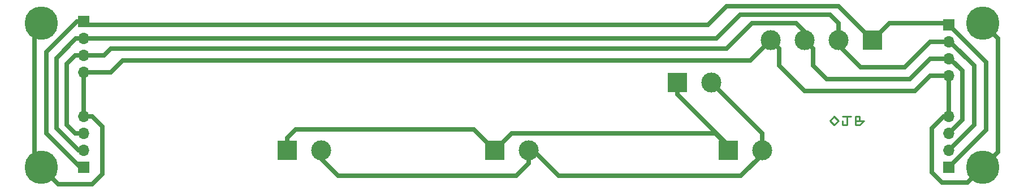
<source format=gtl>
G04 #@! TF.GenerationSoftware,KiCad,Pcbnew,(6.0.7)*
G04 #@! TF.CreationDate,2023-03-12T11:39:40-04:00*
G04 #@! TF.ProjectId,IR FANS LED board,49522046-414e-4532-904c-454420626f61,rev?*
G04 #@! TF.SameCoordinates,Original*
G04 #@! TF.FileFunction,Copper,L1,Top*
G04 #@! TF.FilePolarity,Positive*
%FSLAX46Y46*%
G04 Gerber Fmt 4.6, Leading zero omitted, Abs format (unit mm)*
G04 Created by KiCad (PCBNEW (6.0.7)) date 2023-03-12 11:39:40*
%MOMM*%
%LPD*%
G01*
G04 APERTURE LIST*
G04 #@! TA.AperFunction,ComponentPad*
%ADD10R,3.000000X3.000000*%
G04 #@! TD*
G04 #@! TA.AperFunction,ComponentPad*
%ADD11C,3.000000*%
G04 #@! TD*
G04 #@! TA.AperFunction,ComponentPad*
%ADD12R,1.700000X1.700000*%
G04 #@! TD*
G04 #@! TA.AperFunction,ComponentPad*
%ADD13O,1.700000X1.700000*%
G04 #@! TD*
G04 #@! TA.AperFunction,ViaPad*
%ADD14C,5.000000*%
G04 #@! TD*
G04 #@! TA.AperFunction,Conductor*
%ADD15C,0.250000*%
G04 #@! TD*
G04 #@! TA.AperFunction,Conductor*
%ADD16C,0.635000*%
G04 #@! TD*
G04 APERTURE END LIST*
D10*
G04 #@! TO.P,J4,1,Pin_1*
G04 #@! TO.N,/HV5*
X187960000Y-24130000D03*
D11*
G04 #@! TO.P,J4,2,Pin_2*
G04 #@! TO.N,/X*
X182880000Y-24130000D03*
G04 #@! TO.P,J4,3,Pin_3*
G04 #@! TO.N,/12V*
X177800000Y-24130000D03*
G04 #@! TO.P,J4,4,Pin_4*
G04 #@! TO.N,/GND*
X172720000Y-24130000D03*
G04 #@! TD*
D10*
G04 #@! TO.P,J3,1,Pin_1*
G04 #@! TO.N,/IR LED-*
X131445000Y-40640000D03*
D11*
G04 #@! TO.P,J3,2,Pin_2*
G04 #@! TO.N,/IR LED+*
X136525000Y-40640000D03*
G04 #@! TD*
D12*
G04 #@! TO.P,J8,1,Pin_1*
G04 #@! TO.N,/HV5*
X199390000Y-43180000D03*
D13*
G04 #@! TO.P,J8,2,Pin_2*
G04 #@! TO.N,/X*
X199390000Y-40640000D03*
G04 #@! TO.P,J8,3,Pin_3*
G04 #@! TO.N,/12V*
X199390000Y-38100000D03*
G04 #@! TO.P,J8,4,Pin_4*
G04 #@! TO.N,/GND*
X199390000Y-35560000D03*
G04 #@! TD*
D10*
G04 #@! TO.P,J5,1,Pin_1*
G04 #@! TO.N,/IR LED-*
X166370000Y-40640000D03*
D11*
G04 #@! TO.P,J5,2,Pin_2*
G04 #@! TO.N,/IR LED+*
X171450000Y-40640000D03*
G04 #@! TD*
D12*
G04 #@! TO.P,J9,1,Pin_1*
G04 #@! TO.N,/HV5*
X69850000Y-43180000D03*
D13*
G04 #@! TO.P,J9,2,Pin_2*
G04 #@! TO.N,/X*
X69850000Y-40640000D03*
G04 #@! TO.P,J9,3,Pin_3*
G04 #@! TO.N,/12V*
X69850000Y-38100000D03*
G04 #@! TO.P,J9,4,Pin_4*
G04 #@! TO.N,/GND*
X69850000Y-35560000D03*
G04 #@! TD*
D10*
G04 #@! TO.P,J7,1,Pin_1*
G04 #@! TO.N,/IR LED-*
X100330000Y-40640000D03*
D11*
G04 #@! TO.P,J7,2,Pin_2*
G04 #@! TO.N,/IR LED+*
X105410000Y-40640000D03*
G04 #@! TD*
D12*
G04 #@! TO.P,J2,1,Pin_1*
G04 #@! TO.N,/HV5*
X69850000Y-21336000D03*
D13*
G04 #@! TO.P,J2,2,Pin_2*
G04 #@! TO.N,/X*
X69850000Y-23876000D03*
G04 #@! TO.P,J2,3,Pin_3*
G04 #@! TO.N,/12V*
X69850000Y-26416000D03*
G04 #@! TO.P,J2,4,Pin_4*
G04 #@! TO.N,/GND*
X69850000Y-28956000D03*
G04 #@! TD*
D12*
G04 #@! TO.P,J1,1,Pin_1*
G04 #@! TO.N,/HV5*
X199390000Y-21803200D03*
D13*
G04 #@! TO.P,J1,2,Pin_2*
G04 #@! TO.N,/X*
X199390000Y-24343200D03*
G04 #@! TO.P,J1,3,Pin_3*
G04 #@! TO.N,/12V*
X199390000Y-26883200D03*
G04 #@! TO.P,J1,4,Pin_4*
G04 #@! TO.N,/GND*
X199390000Y-29423200D03*
G04 #@! TD*
D10*
G04 #@! TO.P,J6,1,Pin_1*
G04 #@! TO.N,/IR LED-*
X158750000Y-30480000D03*
D11*
G04 #@! TO.P,J6,2,Pin_2*
G04 #@! TO.N,/IR LED+*
X163830000Y-30480000D03*
G04 #@! TD*
D14*
G04 #@! TO.N,/GND*
X204470000Y-21590000D03*
X204470000Y-43180000D03*
X63500000Y-43180000D03*
X63500000Y-21590000D03*
G04 #@! TD*
D15*
G04 #@! TO.N,*
X185420000Y-35560000D02*
X185420000Y-36830000D01*
X184150000Y-36830000D02*
X183515000Y-36830000D01*
X182245000Y-35560000D02*
X182880000Y-36195000D01*
X184150000Y-35560000D02*
X184150000Y-36830000D01*
X186690000Y-36195000D02*
X185420000Y-36195000D01*
X181610000Y-36195000D02*
X182245000Y-35560000D01*
X185420000Y-36830000D02*
X186055000Y-36830000D01*
X183515000Y-35560000D02*
X184150000Y-35560000D01*
X183515000Y-36830000D02*
X183515000Y-36195000D01*
X186055000Y-36830000D02*
X186690000Y-36195000D01*
X184150000Y-35560000D02*
X184785000Y-35560000D01*
X182880000Y-36195000D02*
X182245000Y-36830000D01*
X185420000Y-35560000D02*
X186055000Y-35560000D01*
X182245000Y-36830000D02*
X181610000Y-36195000D01*
X186055000Y-35560000D02*
X186055000Y-36195000D01*
D16*
G04 #@! TO.N,/HV5*
X64262000Y-38100000D02*
X64262000Y-25908000D01*
X199176800Y-21590000D02*
X199390000Y-21803200D01*
X70358000Y-21844000D02*
X69850000Y-21336000D01*
X190500000Y-21590000D02*
X199176800Y-21590000D01*
X166116000Y-19050000D02*
X163322000Y-21844000D01*
X163322000Y-21844000D02*
X70358000Y-21844000D01*
X69850000Y-43180000D02*
X69342000Y-43180000D01*
X187960000Y-24130000D02*
X190500000Y-21590000D01*
X68834000Y-21336000D02*
X69850000Y-21336000D01*
X204978000Y-37592000D02*
X199390000Y-43180000D01*
X182880000Y-19050000D02*
X166116000Y-19050000D01*
X64262000Y-25908000D02*
X68834000Y-21336000D01*
X187960000Y-24130000D02*
X182880000Y-19050000D01*
X69342000Y-43180000D02*
X64262000Y-38100000D01*
X199390000Y-21803200D02*
X204978000Y-27391200D01*
X204978000Y-27391200D02*
X204978000Y-37592000D01*
G04 #@! TO.N,/X*
X69088000Y-40640000D02*
X69850000Y-40640000D01*
X203200000Y-27940000D02*
X203200000Y-36830000D01*
X181610000Y-20320000D02*
X182880000Y-21590000D01*
X186182000Y-28194000D02*
X192786000Y-28194000D01*
X164592000Y-23876000D02*
X168148000Y-20320000D01*
X192786000Y-28194000D02*
X196636800Y-24343200D01*
X199390000Y-24343200D02*
X199603200Y-24343200D01*
X168148000Y-20320000D02*
X181610000Y-20320000D01*
X68707000Y-23876000D02*
X65786000Y-26797000D01*
X65786000Y-26797000D02*
X65786000Y-37338000D01*
X196636800Y-24343200D02*
X199390000Y-24343200D01*
X182880000Y-21590000D02*
X182880000Y-24130000D01*
X182880000Y-24892000D02*
X186182000Y-28194000D01*
X69850000Y-23876000D02*
X164592000Y-23876000D01*
X65786000Y-37338000D02*
X69088000Y-40640000D01*
X69850000Y-23876000D02*
X68707000Y-23876000D01*
X199603200Y-24343200D02*
X203200000Y-27940000D01*
X182880000Y-24130000D02*
X182880000Y-24892000D01*
X203200000Y-36830000D02*
X199390000Y-40640000D01*
G04 #@! TO.N,/12V*
X179070000Y-27940000D02*
X181102000Y-29972000D01*
X199603200Y-26883200D02*
X201422000Y-28702000D01*
X69850000Y-26416000D02*
X68580000Y-26416000D01*
X201422000Y-28702000D02*
X201422000Y-36068000D01*
X67310000Y-27686000D02*
X67310000Y-36830000D01*
X177800000Y-22860000D02*
X177800000Y-24130000D01*
X181102000Y-29972000D02*
X193548000Y-29972000D01*
X73914000Y-25400000D02*
X166116000Y-25400000D01*
X199390000Y-26883200D02*
X199603200Y-26883200D01*
X193548000Y-29972000D02*
X196636800Y-26883200D01*
X177800000Y-24130000D02*
X179070000Y-25400000D01*
X68580000Y-26416000D02*
X67310000Y-27686000D01*
X69850000Y-26416000D02*
X72898000Y-26416000D01*
X196636800Y-26883200D02*
X199390000Y-26883200D01*
X68580000Y-38100000D02*
X69850000Y-38100000D01*
X166116000Y-25400000D02*
X169926000Y-21590000D01*
X176530000Y-21590000D02*
X177800000Y-22860000D01*
X179070000Y-25400000D02*
X179070000Y-27940000D01*
X169926000Y-21590000D02*
X176530000Y-21590000D01*
X67310000Y-36830000D02*
X68580000Y-38100000D01*
X72898000Y-26416000D02*
X73914000Y-25400000D01*
X201422000Y-36068000D02*
X199390000Y-38100000D01*
G04 #@! TO.N,/GND*
X63500000Y-21590000D02*
X62484000Y-22606000D01*
X198374000Y-45466000D02*
X202184000Y-45466000D01*
X173990000Y-27940000D02*
X177800000Y-31750000D01*
X71120000Y-45720000D02*
X72644000Y-44196000D01*
X204470000Y-21590000D02*
X206756000Y-23876000D01*
X173990000Y-25400000D02*
X173990000Y-27940000D01*
X198628000Y-35560000D02*
X196850000Y-37338000D01*
X69850000Y-28956000D02*
X73914000Y-28956000D01*
X72644000Y-44196000D02*
X72644000Y-37084000D01*
X62484000Y-22606000D02*
X62484000Y-42164000D01*
X196850000Y-43942000D02*
X198374000Y-45466000D01*
X206756000Y-23876000D02*
X206756000Y-40894000D01*
X69850000Y-28956000D02*
X69850000Y-35560000D01*
X72644000Y-37084000D02*
X71120000Y-35560000D01*
X73914000Y-28956000D02*
X75692000Y-27178000D01*
X75692000Y-27178000D02*
X169672000Y-27178000D01*
X199390000Y-29423200D02*
X199390000Y-35560000D01*
X194310000Y-31750000D02*
X196636800Y-29423200D01*
X177800000Y-31750000D02*
X194310000Y-31750000D01*
X62484000Y-42164000D02*
X63500000Y-43180000D01*
X206756000Y-40894000D02*
X204470000Y-43180000D01*
X196636800Y-29423200D02*
X199390000Y-29423200D01*
X196850000Y-37338000D02*
X196850000Y-43942000D01*
X169672000Y-27178000D02*
X172720000Y-24130000D01*
X202184000Y-45466000D02*
X204015684Y-43634316D01*
X71120000Y-35560000D02*
X69850000Y-35560000D01*
X63500000Y-43180000D02*
X66040000Y-45720000D01*
X172720000Y-24130000D02*
X173990000Y-25400000D01*
X66040000Y-45720000D02*
X71120000Y-45720000D01*
X199390000Y-35560000D02*
X198628000Y-35560000D01*
G04 #@! TO.N,/IR LED-*
X158750000Y-32258000D02*
X158750000Y-30480000D01*
X164465000Y-38100000D02*
X166370000Y-40005000D01*
X166370000Y-40640000D02*
X166370000Y-39878000D01*
X166370000Y-40005000D02*
X166370000Y-40640000D01*
X100330000Y-38735000D02*
X101600000Y-37465000D01*
X101600000Y-37465000D02*
X128270000Y-37465000D01*
X100330000Y-40640000D02*
X100330000Y-38735000D01*
X131445000Y-40640000D02*
X133985000Y-38100000D01*
X133985000Y-38100000D02*
X164465000Y-38100000D01*
X166370000Y-39878000D02*
X158750000Y-32258000D01*
X128270000Y-37465000D02*
X131445000Y-40640000D01*
G04 #@! TO.N,/IR LED+*
X171450000Y-40640000D02*
X171450000Y-38100000D01*
X105410000Y-41910000D02*
X105410000Y-40640000D01*
X137160000Y-40640000D02*
X140970000Y-44450000D01*
X107950000Y-44450000D02*
X105410000Y-41910000D01*
X136525000Y-42545000D02*
X134620000Y-44450000D01*
X171450000Y-38100000D02*
X163830000Y-30480000D01*
X168275000Y-44450000D02*
X171450000Y-41275000D01*
X171450000Y-41275000D02*
X171450000Y-40640000D01*
X140970000Y-44450000D02*
X168275000Y-44450000D01*
X136525000Y-40640000D02*
X137160000Y-40640000D01*
X134620000Y-44450000D02*
X107950000Y-44450000D01*
X136525000Y-40640000D02*
X136525000Y-42545000D01*
G04 #@! TD*
M02*

</source>
